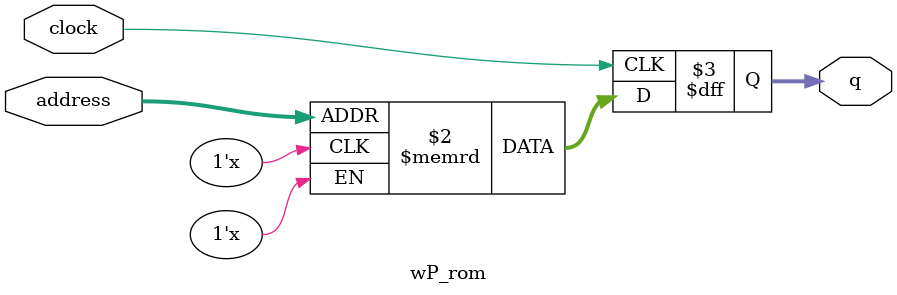
<source format=sv>
module wP_rom (
	input logic clock,
	input logic [11:0] address,
	output logic [3:0] q
);

logic [3:0] memory [0:3599] /* synthesis ram_init_file = "./wP/wP.COE" */;

always_ff @ (posedge clock) begin
	q <= memory[address];
end

endmodule

</source>
